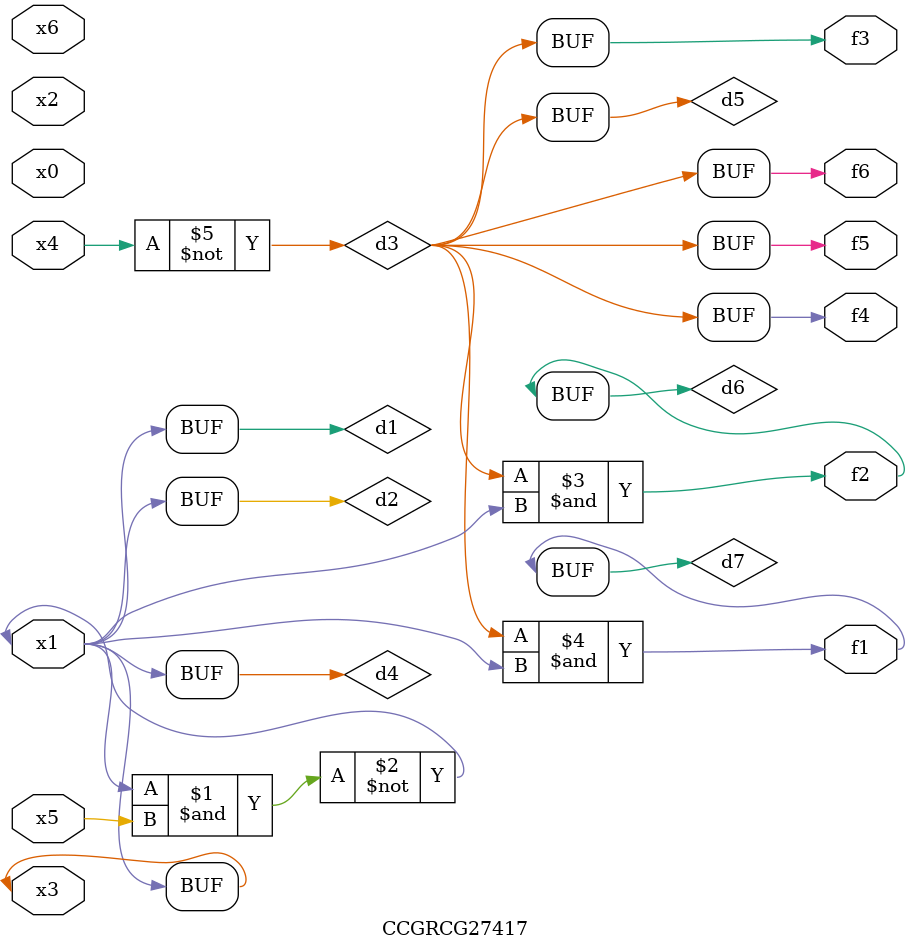
<source format=v>
module CCGRCG27417(
	input x0, x1, x2, x3, x4, x5, x6,
	output f1, f2, f3, f4, f5, f6
);

	wire d1, d2, d3, d4, d5, d6, d7;

	buf (d1, x1, x3);
	nand (d2, x1, x5);
	not (d3, x4);
	buf (d4, d1, d2);
	buf (d5, d3);
	and (d6, d3, d4);
	and (d7, d3, d4);
	assign f1 = d7;
	assign f2 = d6;
	assign f3 = d5;
	assign f4 = d5;
	assign f5 = d5;
	assign f6 = d5;
endmodule

</source>
